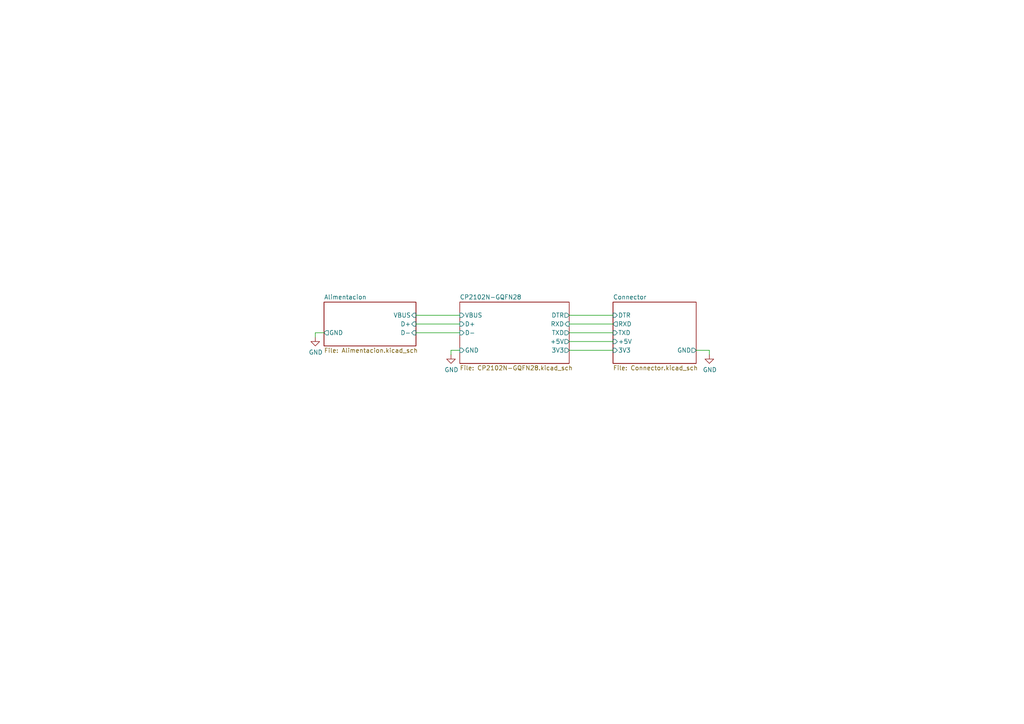
<source format=kicad_sch>
(kicad_sch (version 20211123) (generator eeschema)
  (paper "A4")
  (lib_symbols
    (symbol "power:GND" (power) (pin_names (offset 0))
      (property "Value" "GND" (at 0 -3.81 0))
      (symbol "GND_0_1"
        (polyline (pts (xy 0 0) (xy 0 -1.27) (xy 1.27 -1.27) (xy 0 -2.54) (xy -1.27 -1.27) (xy 0 -1.27)))
      )
      (symbol "GND_1_1"
        (pin power_in line (at 0 0 270) (length 0) hide (name "GND") (number "1"))
      )
    )
  )
  (wire (pts (xy 205.74 101.6) (xy 205.74 102.87)))
  (wire (pts (xy 91.44 96.52) (xy 93.98 96.52)))
  (wire (pts (xy 201.93 101.6) (xy 205.74 101.6)))
  (wire (pts (xy 130.81 102.87) (xy 130.81 101.6)))
  (wire (pts (xy 165.1 96.52) (xy 177.8 96.52)))
  (wire (pts (xy 120.65 91.44) (xy 133.35 91.44)))
  (wire (pts (xy 130.81 101.6) (xy 133.35 101.6)))
  (wire (pts (xy 120.65 93.98) (xy 133.35 93.98)))
  (wire (pts (xy 165.1 99.06) (xy 177.8 99.06)))
  (wire (pts (xy 165.1 93.98) (xy 177.8 93.98)))
  (wire (pts (xy 91.44 97.79) (xy 91.44 96.52)))
  (wire (pts (xy 120.65 96.52) (xy 133.35 96.52)))
  (wire (pts (xy 165.1 101.6) (xy 177.8 101.6)))
  (wire (pts (xy 165.1 91.44) (xy 177.8 91.44)))
  (symbol (lib_id "power:GND") (at 205.74 102.87 0) (unit 1)
    (property "Reference" "#PWR0101" (effects hide))
    (property "Value" "GND" (at 205.867 107.2642 0))
  )
  (symbol (lib_id "power:GND") (at 130.81 102.87 0) (unit 1)
    (property "Reference" "#PWR0102" (effects hide))
    (property "Value" "GND" (at 130.937 107.2642 0))
  )
  (symbol (lib_id "power:GND") (at 91.44 97.79 0) (unit 1)
    (property "Reference" "#PWR0103" (effects hide))
    (property "Value" "GND" (at 91.567 102.1842 0))
  )
  (sheet (at 133.35 87.63) (size 31.75 17.78)
    (property "Sheet name" "CP2102N-GQFN28" (at 133.35 86.9184 0) (effects (justify left bottom)))
    (property "Sheet file" "CP2102N-GQFN28.kicad_sch" (at 133.35 105.9946 0) (effects (justify left top)))
    (pin "TXD" output (at 165.1 96.52 0))
    (pin "RXD" input (at 165.1 93.98 0))
    (pin "DTR" output (at 165.1 91.44 0))
    (pin "D+" input (at 133.35 93.98 180))
    (pin "D-" input (at 133.35 96.52 180))
    (pin "VBUS" input (at 133.35 91.44 180))
    (pin "GND" input (at 133.35 101.6 180))
    (pin "3V3" output (at 165.1 101.6 0))
    (pin "+5V" output (at 165.1 99.06 0))
  )
  (sheet (at 177.8 87.63) (size 24.13 17.78)
    (property "Sheet name" "Connector" (at 177.8 86.9184 0) (effects (justify left bottom)))
    (property "Sheet file" "Connector.kicad_sch" (at 177.8 105.9946 0) (effects (justify left top)))
    (pin "DTR" input (at 177.8 91.44 180))
    (pin "RXD" output (at 177.8 93.98 180))
    (pin "TXD" input (at 177.8 96.52 180))
    (pin "+5V" input (at 177.8 99.06 180))
    (pin "GND" output (at 201.93 101.6 0))
    (pin "3V3" input (at 177.8 101.6 180))
  )
  (sheet (at 93.98 87.63) (size 26.67 12.7)
    (property "Sheet name" "Alimentacion" (at 93.98 86.9184 0) (effects (justify left bottom)))
    (property "Sheet file" "Alimentacion.kicad_sch" (at 93.98 100.9146 0) (effects (justify left top)))
    (pin "VBUS" input (at 120.65 91.44 0))
    (pin "D+" input (at 120.65 93.98 0))
    (pin "D-" input (at 120.65 96.52 0))
    (pin "GND" output (at 93.98 96.52 180))
  )
)
</source>
